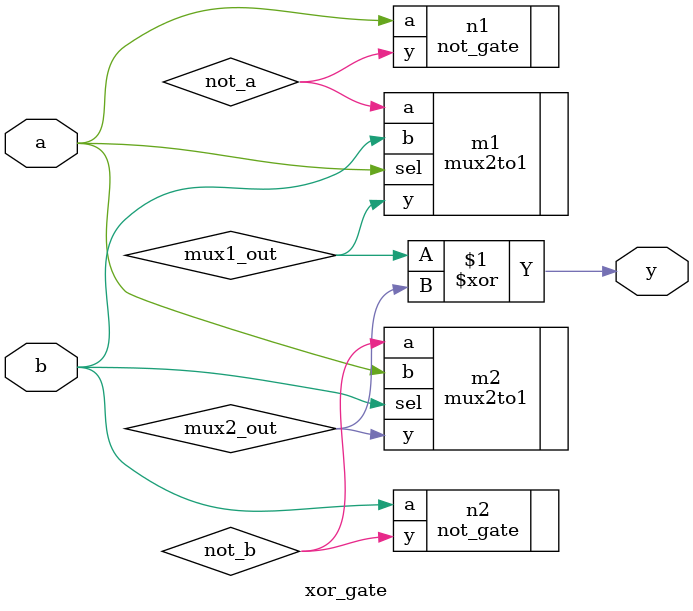
<source format=v>
module xor_gate (/*AUTOARG*/
   // Outputs
   output wire y,
   // Inputs
      input wire a, b
   );

    wire not_a, not_b;
    wire mux1_out, mux2_out;

    // NOT 게이트 인스턴스화
    not_gate n1 (.a(a), .y(not_a)); // a의 NOT
    not_gate n2 (.a(b), .y(not_b)); // b의 NOT

    // MUX 인스턴스화
    mux2to1 m1 (.a(not_a), .b(b), .sel(a), .y(mux1_out)); // 첫 번째 MUX
    mux2to1 m2 (.a(not_b), .b(a), .sel(b), .y(mux2_out)); // 두 번째 MUX

    // XOR 로직
    assign y = mux1_out ^ mux2_out; // XOR 연산

endmodule // xor_gate

</source>
